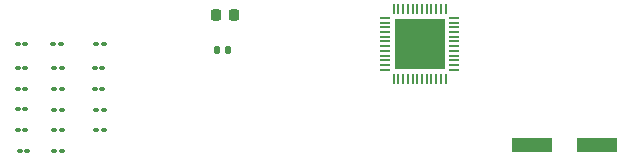
<source format=gbr>
%TF.GenerationSoftware,KiCad,Pcbnew,9.0.0*%
%TF.CreationDate,2025-04-15T21:18:47-03:00*%
%TF.ProjectId,Circuitos-atvd,43697263-7569-4746-9f73-2d617476642e,rev?*%
%TF.SameCoordinates,Original*%
%TF.FileFunction,Soldermask,Top*%
%TF.FilePolarity,Negative*%
%FSLAX46Y46*%
G04 Gerber Fmt 4.6, Leading zero omitted, Abs format (unit mm)*
G04 Created by KiCad (PCBNEW 9.0.0) date 2025-04-15 21:18:47*
%MOMM*%
%LPD*%
G01*
G04 APERTURE LIST*
G04 Aperture macros list*
%AMRoundRect*
0 Rectangle with rounded corners*
0 $1 Rounding radius*
0 $2 $3 $4 $5 $6 $7 $8 $9 X,Y pos of 4 corners*
0 Add a 4 corners polygon primitive as box body*
4,1,4,$2,$3,$4,$5,$6,$7,$8,$9,$2,$3,0*
0 Add four circle primitives for the rounded corners*
1,1,$1+$1,$2,$3*
1,1,$1+$1,$4,$5*
1,1,$1+$1,$6,$7*
1,1,$1+$1,$8,$9*
0 Add four rect primitives between the rounded corners*
20,1,$1+$1,$2,$3,$4,$5,0*
20,1,$1+$1,$4,$5,$6,$7,0*
20,1,$1+$1,$6,$7,$8,$9,0*
20,1,$1+$1,$8,$9,$2,$3,0*%
G04 Aperture macros list end*
%ADD10RoundRect,0.100000X-0.130000X-0.100000X0.130000X-0.100000X0.130000X0.100000X-0.130000X0.100000X0*%
%ADD11R,3.500000X1.200000*%
%ADD12RoundRect,0.218750X-0.218750X-0.256250X0.218750X-0.256250X0.218750X0.256250X-0.218750X0.256250X0*%
%ADD13RoundRect,0.140000X-0.140000X-0.170000X0.140000X-0.170000X0.140000X0.170000X-0.140000X0.170000X0*%
%ADD14RoundRect,0.050000X-0.375000X-0.050000X0.375000X-0.050000X0.375000X0.050000X-0.375000X0.050000X0*%
%ADD15RoundRect,0.050000X-0.050000X-0.375000X0.050000X-0.375000X0.050000X0.375000X-0.050000X0.375000X0*%
%ADD16R,4.200000X4.200000*%
G04 APERTURE END LIST*
D10*
%TO.C,L3*%
X123180000Y-109270000D03*
X123820000Y-109270000D03*
%TD*%
%TO.C,C5*%
X116680000Y-111000000D03*
X117320000Y-111000000D03*
%TD*%
D11*
%TO.C,X2*%
X160250000Y-114000000D03*
X165750000Y-114000000D03*
%TD*%
D10*
%TO.C,C10*%
X119785000Y-109270000D03*
X120425000Y-109270000D03*
%TD*%
%TO.C,FB1*%
X123335000Y-105500000D03*
X123975000Y-105500000D03*
%TD*%
%TO.C,C1*%
X116680000Y-105500000D03*
X117320000Y-105500000D03*
%TD*%
D12*
%TO.C,L1*%
X133425000Y-103000000D03*
X135000000Y-103000000D03*
%TD*%
D10*
%TO.C,C12*%
X119785000Y-112770000D03*
X120425000Y-112770000D03*
%TD*%
%TO.C,C13*%
X119785000Y-114520000D03*
X120425000Y-114520000D03*
%TD*%
%TO.C,C9*%
X119785000Y-107520000D03*
X120425000Y-107520000D03*
%TD*%
%TO.C,L4*%
X123335000Y-111020000D03*
X123975000Y-111020000D03*
%TD*%
%TO.C,R1*%
X123335000Y-112770000D03*
X123975000Y-112770000D03*
%TD*%
%TO.C,C11*%
X119785000Y-111020000D03*
X120425000Y-111020000D03*
%TD*%
D13*
%TO.C,C3*%
X133520000Y-106000000D03*
X134480000Y-106000000D03*
%TD*%
D10*
%TO.C,L2*%
X123180000Y-107500000D03*
X123820000Y-107500000D03*
%TD*%
D14*
%TO.C,U1*%
X147750000Y-103250000D03*
X147750000Y-103650000D03*
X147750000Y-104050000D03*
X147750000Y-104450000D03*
X147750000Y-104850000D03*
X147750000Y-105250000D03*
X147750000Y-105650000D03*
X147750000Y-106050000D03*
X147750000Y-106450000D03*
X147750000Y-106850000D03*
X147750000Y-107250000D03*
X147750000Y-107650000D03*
D15*
X148500000Y-108400000D03*
X148900000Y-108400000D03*
X149300000Y-108400000D03*
X149700000Y-108400000D03*
X150100000Y-108400000D03*
X150500000Y-108400000D03*
X150900000Y-108400000D03*
X151300000Y-108400000D03*
X151700000Y-108400000D03*
X152100000Y-108400000D03*
X152500000Y-108400000D03*
X152900000Y-108400000D03*
D14*
X153650000Y-107650000D03*
X153650000Y-107250000D03*
X153650000Y-106850000D03*
X153650000Y-106450000D03*
X153650000Y-106050000D03*
X153650000Y-105650000D03*
X153650000Y-105250000D03*
X153650000Y-104850000D03*
X153650000Y-104450000D03*
X153650000Y-104050000D03*
X153650000Y-103650000D03*
X153650000Y-103250000D03*
D15*
X152900000Y-102500000D03*
X152500000Y-102500000D03*
X152100000Y-102500000D03*
X151700000Y-102500000D03*
X151300000Y-102500000D03*
X150900000Y-102500000D03*
X150500000Y-102500000D03*
X150100000Y-102500000D03*
X149700000Y-102500000D03*
X149300000Y-102500000D03*
X148900000Y-102500000D03*
X148500000Y-102500000D03*
D16*
X150700000Y-105450000D03*
%TD*%
D10*
%TO.C,C8*%
X119680000Y-105500000D03*
X120320000Y-105500000D03*
%TD*%
%TO.C,C4*%
X116680000Y-109270000D03*
X117320000Y-109270000D03*
%TD*%
%TO.C,C2*%
X116680000Y-107500000D03*
X117320000Y-107500000D03*
%TD*%
%TO.C,C6*%
X116680000Y-112770000D03*
X117320000Y-112770000D03*
%TD*%
%TO.C,C7*%
X116835000Y-114520000D03*
X117475000Y-114520000D03*
%TD*%
M02*

</source>
